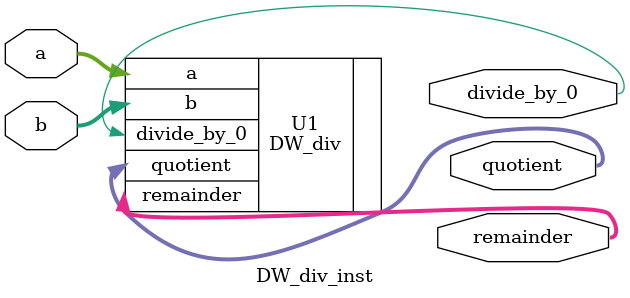
<source format=v>
module DW_div_inst (a, b, quotient, remainder, divide_by_0);

  parameter width    = 8;
  parameter tc_mode  = 0;
  parameter rem_mode = 1; // corresponds to "%" in Verilog

  input  [width-1 : 0] a;
  input  [width-1 : 0] b;
  output [width-1 : 0] quotient;
  output [width-1 : 0] remainder;
  output               divide_by_0;

  // Please add +incdir+$SYNOPSYS/dw/sim_ver+ to your verilog simulator
  // command line (for simulation).

  // instance of DW_div
  DW_div #(width, width, tc_mode, rem_mode)
    U1 (.a(a), .b(b),
        .quotient(quotient), .remainder(remainder),
        .divide_by_0(divide_by_0));
endmodule


</source>
